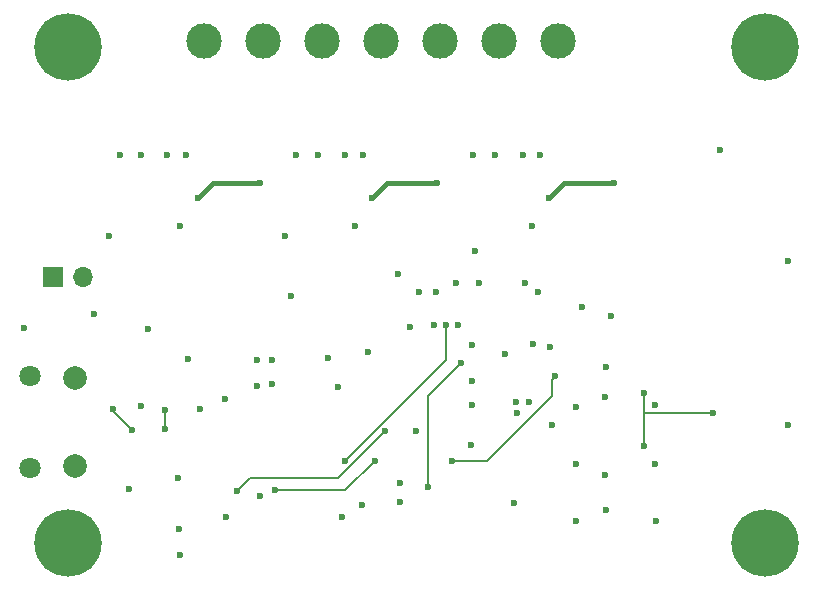
<source format=gbr>
G04 #@! TF.GenerationSoftware,KiCad,Pcbnew,5.0.0-fee4fd1~65~ubuntu17.10.1*
G04 #@! TF.CreationDate,2019-09-20T12:26:55+02:00*
G04 #@! TF.ProjectId,lynsyn,6C796E73796E2E6B696361645F706362,rev?*
G04 #@! TF.SameCoordinates,Original*
G04 #@! TF.FileFunction,Copper,L4,Bot,Signal*
G04 #@! TF.FilePolarity,Positive*
%FSLAX46Y46*%
G04 Gerber Fmt 4.6, Leading zero omitted, Abs format (unit mm)*
G04 Created by KiCad (PCBNEW 5.0.0-fee4fd1~65~ubuntu17.10.1) date Fri Sep 20 12:26:55 2019*
%MOMM*%
%LPD*%
G01*
G04 APERTURE LIST*
G04 #@! TA.AperFunction,ComponentPad*
%ADD10C,5.700000*%
G04 #@! TD*
G04 #@! TA.AperFunction,ComponentPad*
%ADD11R,1.700000X1.700000*%
G04 #@! TD*
G04 #@! TA.AperFunction,ComponentPad*
%ADD12O,1.700000X1.700000*%
G04 #@! TD*
G04 #@! TA.AperFunction,ComponentPad*
%ADD13C,2.000000*%
G04 #@! TD*
G04 #@! TA.AperFunction,ComponentPad*
%ADD14C,1.800000*%
G04 #@! TD*
G04 #@! TA.AperFunction,ComponentPad*
%ADD15C,3.000000*%
G04 #@! TD*
G04 #@! TA.AperFunction,ViaPad*
%ADD16C,0.600000*%
G04 #@! TD*
G04 #@! TA.AperFunction,Conductor*
%ADD17C,0.200000*%
G04 #@! TD*
G04 #@! TA.AperFunction,Conductor*
%ADD18C,0.400000*%
G04 #@! TD*
G04 APERTURE END LIST*
D10*
G04 #@! TO.P,REF\002A\002A,1*
G04 #@! TO.N,N/C*
X79065000Y-141190000D03*
G04 #@! TD*
G04 #@! TO.P,REF\002A\002A,1*
G04 #@! TO.N,N/C*
X138065000Y-141190000D03*
G04 #@! TD*
G04 #@! TO.P,REF\002A\002A,1*
G04 #@! TO.N,N/C*
X138065000Y-99190000D03*
G04 #@! TD*
D11*
G04 #@! TO.P,TP1,1*
G04 #@! TO.N,GND*
X77815000Y-118690000D03*
D12*
G04 #@! TO.P,TP1,2*
G04 #@! TO.N,AREF*
X80355000Y-118690000D03*
G04 #@! TD*
D13*
G04 #@! TO.P,J1,6*
G04 #@! TO.N,Net-(J1-Pad6)*
X79665000Y-127215000D03*
X79665000Y-134665000D03*
D14*
X75865000Y-127065000D03*
X75865000Y-134815000D03*
G04 #@! TD*
D15*
G04 #@! TO.P,J2,1*
G04 #@! TO.N,GND*
X90565000Y-98690000D03*
G04 #@! TO.P,J2,2*
G04 #@! TO.N,Net-(J2-Pad2)*
X95565000Y-98690000D03*
G04 #@! TO.P,J2,3*
G04 #@! TO.N,Net-(J2-Pad3)*
X100565000Y-98690000D03*
G04 #@! TO.P,J2,4*
G04 #@! TO.N,Net-(J2-Pad4)*
X105565000Y-98690000D03*
G04 #@! TO.P,J2,5*
G04 #@! TO.N,Net-(J2-Pad5)*
X110565000Y-98690000D03*
G04 #@! TO.P,J2,6*
G04 #@! TO.N,Net-(J2-Pad6)*
X115565000Y-98690000D03*
G04 #@! TO.P,J2,7*
G04 #@! TO.N,Net-(J2-Pad7)*
X120565000Y-98690000D03*
G04 #@! TD*
D10*
G04 #@! TO.P,REF\002A\002A,1*
G04 #@! TO.N,N/C*
X79065000Y-99190000D03*
G04 #@! TD*
D16*
G04 #@! TO.N,+3V3*
X134265000Y-107890000D03*
X92465000Y-138990000D03*
X116065000Y-125190000D03*
X117065000Y-130190000D03*
X108065000Y-122890000D03*
X101065000Y-125490000D03*
X107165000Y-136090000D03*
X85265000Y-129590000D03*
X90265000Y-129790000D03*
X92365000Y-128990000D03*
X122065000Y-129690000D03*
X122065000Y-134490000D03*
X122065000Y-139290000D03*
X116965000Y-129190000D03*
X88565000Y-142190000D03*
G04 #@! TO.N,GND*
X140015000Y-131190000D03*
X140015000Y-117290000D03*
X117765000Y-119190000D03*
X107050877Y-118375877D03*
X111965000Y-119190000D03*
X118465000Y-124290000D03*
X82565000Y-115190000D03*
X88565000Y-114290000D03*
X100265000Y-108290000D03*
X85265000Y-108290000D03*
X89065000Y-108290000D03*
X104065000Y-108290000D03*
X103365000Y-114290000D03*
X115265000Y-108290000D03*
X119065000Y-108290000D03*
X118365000Y-114290000D03*
X97465000Y-115190000D03*
X84265000Y-136590000D03*
X88465000Y-139990000D03*
X88365000Y-135690000D03*
X89265000Y-125590000D03*
X85865000Y-123090000D03*
X97965000Y-120290000D03*
X95065000Y-125690000D03*
X95065000Y-127890000D03*
X96365000Y-125690000D03*
X96365000Y-127690000D03*
X101965000Y-127990000D03*
X104465000Y-124990000D03*
X110065000Y-122690000D03*
X112065000Y-122690000D03*
X113265000Y-124390000D03*
X113265000Y-129490000D03*
X113265000Y-127490000D03*
X113165000Y-132890000D03*
X108565000Y-131690000D03*
X107165000Y-137690000D03*
X103965000Y-137990000D03*
X102265000Y-138990000D03*
X95365000Y-137190000D03*
X125065000Y-121990000D03*
X122565000Y-121190000D03*
X119865000Y-124590000D03*
X118865000Y-119890000D03*
X124665000Y-126290000D03*
X124565000Y-128790000D03*
X124565000Y-135390000D03*
X128765000Y-134490000D03*
X124665000Y-138390000D03*
X128865000Y-139290000D03*
X118065000Y-129190000D03*
X120065000Y-131190000D03*
X116865000Y-137790000D03*
X75315000Y-122940000D03*
X113565000Y-116440000D03*
X128765000Y-129490000D03*
G04 #@! TO.N,+3.3VA*
X81265000Y-121790000D03*
X113865000Y-119190000D03*
X108765000Y-119890000D03*
X110265000Y-119890000D03*
X87465000Y-108290000D03*
X98365000Y-108290000D03*
X83465000Y-108290000D03*
X102565000Y-108290000D03*
X113365000Y-108290000D03*
X117565000Y-108290000D03*
G04 #@! TO.N,/JTAG/JTAG_out_VREF*
X127815000Y-132965000D03*
X127815000Y-128440000D03*
X133665000Y-130190000D03*
G04 #@! TO.N,Net-(J5-Pad4)*
X96565000Y-136690000D03*
X105065000Y-134190000D03*
G04 #@! TO.N,Net-(J5-Pad10)*
X102565000Y-134190000D03*
X111065000Y-122690000D03*
G04 #@! TO.N,/MCU/USB_D-*
X87315000Y-131490000D03*
X87315000Y-129940000D03*
G04 #@! TO.N,Net-(J1-Pad1)*
X84465000Y-131590000D03*
X82865000Y-129790000D03*
G04 #@! TO.N,Net-(J2-Pad3)*
X90065000Y-111940000D03*
X95315000Y-110690000D03*
G04 #@! TO.N,Net-(J5-Pad2)*
X105944190Y-131651975D03*
X93365000Y-136790000D03*
G04 #@! TO.N,/MCU/SRST*
X120315000Y-127065000D03*
X111615000Y-134190000D03*
G04 #@! TO.N,Net-(J2-Pad5)*
X104815000Y-111940000D03*
X110315000Y-110690000D03*
G04 #@! TO.N,Net-(J4-Pad2)*
X112315000Y-125940000D03*
X109565000Y-136440000D03*
G04 #@! TO.N,Net-(J2-Pad7)*
X119815000Y-111940000D03*
X125315000Y-110690000D03*
G04 #@! TD*
D17*
G04 #@! TO.N,/JTAG/JTAG_out_VREF*
X127815000Y-130190000D02*
X127815000Y-132965000D01*
X127815000Y-128440000D02*
X127815000Y-130190000D01*
X133665000Y-130190000D02*
X127815000Y-130190000D01*
G04 #@! TO.N,Net-(J5-Pad4)*
X96565000Y-136690000D02*
X102565000Y-136690000D01*
X102565000Y-136690000D02*
X105065000Y-134190000D01*
G04 #@! TO.N,Net-(J5-Pad10)*
X102565000Y-134190000D02*
X111065000Y-125690000D01*
X111065000Y-125690000D02*
X111065000Y-122690000D01*
G04 #@! TO.N,/MCU/USB_D-*
X87315000Y-131490000D02*
X87315000Y-129940000D01*
G04 #@! TO.N,Net-(J1-Pad1)*
X84465000Y-131590000D02*
X82865000Y-129990000D01*
X82865000Y-129990000D02*
X82865000Y-129790000D01*
D18*
G04 #@! TO.N,Net-(J2-Pad3)*
X90065000Y-111940000D02*
X91315000Y-110690000D01*
X91315000Y-110690000D02*
X95315000Y-110690000D01*
D17*
G04 #@! TO.N,Net-(J5-Pad2)*
X96565000Y-135690000D02*
X101906165Y-135690000D01*
X101906165Y-135690000D02*
X105944190Y-131651975D01*
X96565000Y-135690000D02*
X94465000Y-135690000D01*
X94465000Y-135690000D02*
X93365000Y-136790000D01*
G04 #@! TO.N,/MCU/SRST*
X120015001Y-127364999D02*
X120015001Y-128739999D01*
X120315000Y-127065000D02*
X120015001Y-127364999D01*
X120015001Y-128739999D02*
X114565000Y-134190000D01*
X114565000Y-134190000D02*
X111615000Y-134190000D01*
D18*
G04 #@! TO.N,Net-(J2-Pad5)*
X104815000Y-111940000D02*
X106065000Y-110690000D01*
X106065000Y-110690000D02*
X110315000Y-110690000D01*
D17*
G04 #@! TO.N,Net-(J4-Pad2)*
X109565000Y-136440000D02*
X109565000Y-128940000D01*
X109565000Y-128940000D02*
X109565000Y-128690000D01*
X109565000Y-128690000D02*
X112315000Y-125940000D01*
D18*
G04 #@! TO.N,Net-(J2-Pad7)*
X119815000Y-111940000D02*
X121065000Y-110690000D01*
X121065000Y-110690000D02*
X125315000Y-110690000D01*
G04 #@! TD*
M02*

</source>
